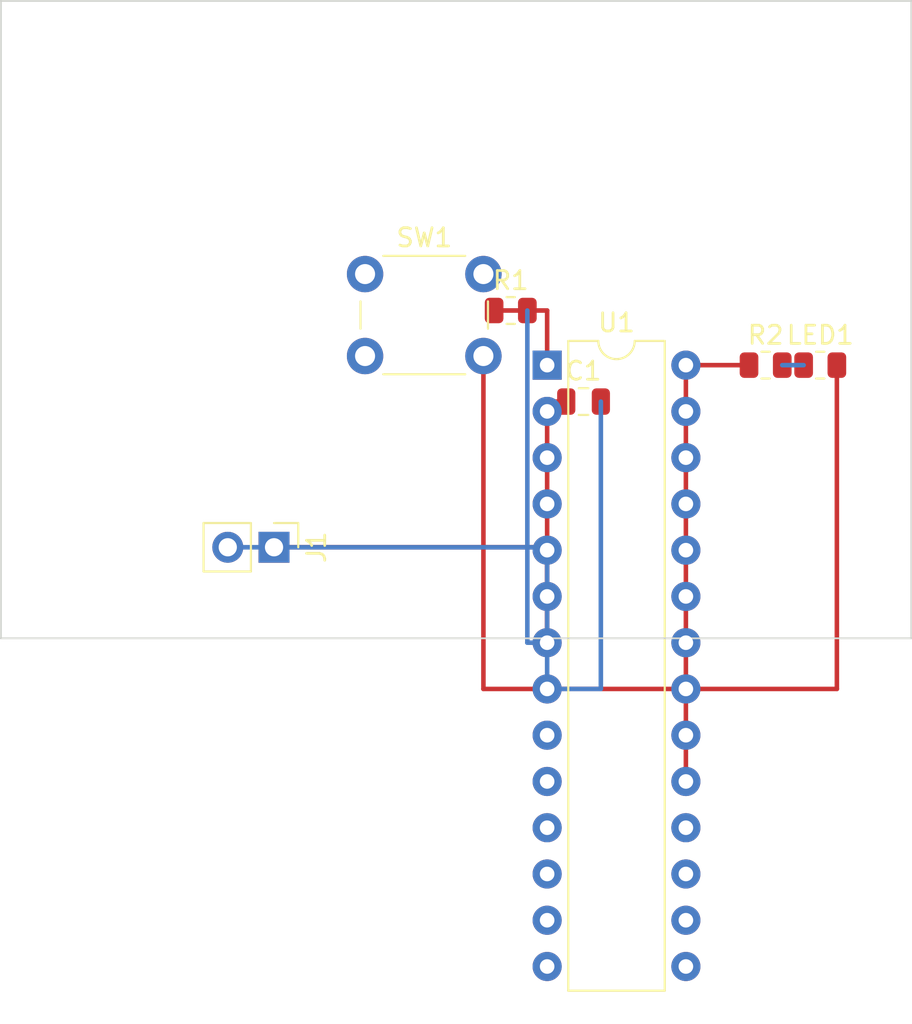
<source format=kicad_pcb>
(kicad_pcb (version 20211014) (generator pcbnew)
  (layers (0 "F.Cu" signal) (31 "B.Cu" signal) (34 "B.Paste" user) (35 "F.Paste" user) (36 "B.SilkS" user "B.Silkscreen") (37 "F.SilkS" user "F.Silkscreen") (38 "B.Mask" user) (39 "F.Mask" user) (44 "Edge.Cuts" user))
  (net 0 "")
  (footprint "PinHeader_1x02_P2.54mm_Vertical" (layer "F.Cu") (at 15 30 -90)
    (fp_text reference "J1" (at 0 -2.33 -90) (layer "F.SilkS"))
    (fp_text value "Power Header")
    (fp_line (start -1.33 1.27) (end -1.33 3.87) (layer "F.SilkS") (width 0.12))
    (fp_line (start -1.33 0) (end -1.33 -1.33) (layer "F.SilkS") (width 0.12))
    (fp_line (start -1.33 1.27) (end 1.33 1.27) (layer "F.SilkS") (width 0.12))
    (fp_line (start 1.33 1.27) (end 1.33 3.87) (layer "F.SilkS") (width 0.12))
    (fp_line (start -1.33 3.87) (end 1.33 3.87) (layer "F.SilkS") (width 0.12))
    (fp_line (start -1.33 -1.33) (end 0 -1.33) (layer "F.SilkS") (width 0.12))
    (pad "1" thru_hole rect (at 0 0 270) (size 1.7 1.7) (drill 1) (layers *.Cu *.Mask))
    (pad "2" thru_hole oval (at 0 2.54 270) (size 1.7 1.7) (drill 1) (layers *.Cu *.Mask))
  )
  (footprint "SW_PUSH_6mm" (layer "F.Cu") (at 20 15)
    (fp_text reference "SW1" (at 3.25 -2) (layer "F.SilkS"))
    (fp_text value "Push Button")
    (fp_line (start 1 5.5) (end 5.5 5.5) (layer "F.SilkS") (width 0.12))
    (fp_line (start -0.25 1.5) (end -0.25 3) (layer "F.SilkS") (width 0.12))
    (fp_line (start 5.5 -1) (end 1 -1) (layer "F.SilkS") (width 0.12))
    (fp_line (start 6.75 3) (end 6.75 1.5) (layer "F.SilkS") (width 0.12))
    (pad "1" thru_hole circle (at 6.5 0 90) (size 2 2) (drill 1.1) (layers *.Cu *.Mask))
    (pad "1" thru_hole circle (at 0 0 90) (size 2 2) (drill 1.1) (layers *.Cu *.Mask))
    (pad "2" thru_hole circle (at 0 4.5 90) (size 2 2) (drill 1.1) (layers *.Cu *.Mask))
    (pad "2" thru_hole circle (at 6.5 4.5 90) (size 2 2) (drill 1.1) (layers *.Cu *.Mask))
  )
  (footprint "R_0805_2012Metric" (layer "F.Cu") (at 42 20)
    (fp_text reference "R2" (at 0 -1.65) (layer "F.SilkS"))
    (fp_text value "220R")
    (fp_line (start -0.227064 0.735) (end 0.227064 0.735) (layer "F.SilkS") (width 0.12))
    (fp_line (start -0.227064 -0.735) (end 0.227064 -0.735) (layer "F.SilkS") (width 0.12))
    (pad "1" smd roundrect (at -0.9125 0) (size 1.025 1.4) (layers "F.Cu" "F.Paste" "F.Mask") (roundrect_rratio 0.243902))
    (pad "2" smd roundrect (at 0.9125 0) (size 1.025 1.4) (layers "F.Cu" "F.Paste" "F.Mask") (roundrect_rratio 0.243902))
  )
  (footprint "DIP-28_W7.62mm" (layer "F.Cu") (at 30 20)
    (fp_text reference "U1" (at 3.81 -2.33) (layer "F.SilkS"))
    (fp_text value "ATmega328P")
    (fp_line (start 1.16 34.35) (end 6.46 34.35) (layer "F.SilkS") (width 0.12))
    (fp_line (start 6.46 -1.33) (end 4.81 -1.33) (layer "F.SilkS") (width 0.12))
    (fp_line (start 6.46 34.35) (end 6.46 -1.33) (layer "F.SilkS") (width 0.12))
    (fp_line (start 2.81 -1.33) (end 1.16 -1.33) (layer "F.SilkS") (width 0.12))
    (fp_line (start 1.16 -1.33) (end 1.16 34.35) (layer "F.SilkS") (width 0.12))
    (fp_arc (start 4.81 -1.33) (mid 3.81 -0.33) (end 2.81 -1.33) (layer "F.SilkS") (width 0.12))
    (pad "1" thru_hole rect (at 0 0) (size 1.6 1.6) (drill 0.8) (layers *.Cu *.Mask))
    (pad "2" thru_hole oval (at 0 2.54) (size 1.6 1.6) (drill 0.8) (layers *.Cu *.Mask))
    (pad "3" thru_hole oval (at 0 5.08) (size 1.6 1.6) (drill 0.8) (layers *.Cu *.Mask))
    (pad "4" thru_hole oval (at 0 7.62) (size 1.6 1.6) (drill 0.8) (layers *.Cu *.Mask))
    (pad "5" thru_hole oval (at 0 10.16) (size 1.6 1.6) (drill 0.8) (layers *.Cu *.Mask))
    (pad "6" thru_hole oval (at 0 12.7) (size 1.6 1.6) (drill 0.8) (layers *.Cu *.Mask))
    (pad "7" thru_hole oval (at 0 15.24) (size 1.6 1.6) (drill 0.8) (layers *.Cu *.Mask))
    (pad "8" thru_hole oval (at 0 17.78) (size 1.6 1.6) (drill 0.8) (layers *.Cu *.Mask))
    (pad "9" thru_hole oval (at 0 20.32) (size 1.6 1.6) (drill 0.8) (layers *.Cu *.Mask))
    (pad "10" thru_hole oval (at 0 22.86) (size 1.6 1.6) (drill 0.8) (layers *.Cu *.Mask))
    (pad "11" thru_hole oval (at 0 25.4) (size 1.6 1.6) (drill 0.8) (layers *.Cu *.Mask))
    (pad "12" thru_hole oval (at 0 27.94) (size 1.6 1.6) (drill 0.8) (layers *.Cu *.Mask))
    (pad "13" thru_hole oval (at 0 30.48) (size 1.6 1.6) (drill 0.8) (layers *.Cu *.Mask))
    (pad "14" thru_hole oval (at 0 33.02) (size 1.6 1.6) (drill 0.8) (layers *.Cu *.Mask))
    (pad "15" thru_hole oval (at 7.62 33.02) (size 1.6 1.6) (drill 0.8) (layers *.Cu *.Mask))
    (pad "16" thru_hole oval (at 7.62 30.48) (size 1.6 1.6) (drill 0.8) (layers *.Cu *.Mask))
    (pad "17" thru_hole oval (at 7.62 27.94) (size 1.6 1.6) (drill 0.8) (layers *.Cu *.Mask))
    (pad "18" thru_hole oval (at 7.62 25.4) (size 1.6 1.6) (drill 0.8) (layers *.Cu *.Mask))
    (pad "19" thru_hole oval (at 7.62 22.86) (size 1.6 1.6) (drill 0.8) (layers *.Cu *.Mask))
    (pad "20" thru_hole oval (at 7.62 20.32) (size 1.6 1.6) (drill 0.8) (layers *.Cu *.Mask))
    (pad "21" thru_hole oval (at 7.62 17.78) (size 1.6 1.6) (drill 0.8) (layers *.Cu *.Mask))
    (pad "22" thru_hole oval (at 7.62 15.24) (size 1.6 1.6) (drill 0.8) (layers *.Cu *.Mask))
    (pad "23" thru_hole oval (at 7.62 12.7) (size 1.6 1.6) (drill 0.8) (layers *.Cu *.Mask))
    (pad "24" thru_hole oval (at 7.62 10.16) (size 1.6 1.6) (drill 0.8) (layers *.Cu *.Mask))
    (pad "25" thru_hole oval (at 7.62 7.62) (size 1.6 1.6) (drill 0.8) (layers *.Cu *.Mask))
    (pad "26" thru_hole oval (at 7.62 5.08) (size 1.6 1.6) (drill 0.8) (layers *.Cu *.Mask))
    (pad "27" thru_hole oval (at 7.62 2.54) (size 1.6 1.6) (drill 0.8) (layers *.Cu *.Mask))
    (pad "28" thru_hole oval (at 7.62 0) (size 1.6 1.6) (drill 0.8) (layers *.Cu *.Mask))
  )
  (footprint "C_0805_2012Metric" (layer "F.Cu") (at 32 22)
    (fp_text reference "C1" (at 0 -1.68) (layer "F.SilkS"))
    (fp_text value "100nF")
    (fp_line (start -0.261252 -0.735) (end 0.261252 -0.735) (layer "F.SilkS") (width 0.12))
    (fp_line (start -0.261252 0.735) (end 0.261252 0.735) (layer "F.SilkS") (width 0.12))
    (pad "1" smd roundrect (at -0.95 0) (size 1 1.45) (layers "F.Cu" "F.Paste" "F.Mask"))
    (pad "2" smd roundrect (at 0.95 0) (size 1 1.45) (layers "F.Cu" "F.Paste" "F.Mask"))
  )
  (footprint "R_0805_2012Metric" (layer "F.Cu") (at 45 20)
    (fp_text reference "LED1" (at 0 -1.65) (layer "F.SilkS"))
    (fp_text value "LED")
    (fp_line (start -0.227064 0.735) (end 0.227064 0.735) (layer "F.SilkS") (width 0.12))
    (fp_line (start -0.227064 -0.735) (end 0.227064 -0.735) (layer "F.SilkS") (width 0.12))
    (pad "1" smd roundrect (at -0.9125 0) (size 1.025 1.4) (layers "F.Cu" "F.Paste" "F.Mask") (roundrect_rratio 0.243902))
    (pad "2" smd roundrect (at 0.9125 0) (size 1.025 1.4) (layers "F.Cu" "F.Paste" "F.Mask") (roundrect_rratio 0.243902))
  )
  (footprint "R_0805_2012Metric" (layer "F.Cu") (at 28 17)
    (fp_text reference "R1" (at 0 -1.65) (layer "F.SilkS"))
    (fp_text value "10K")
    (fp_line (start -0.227064 0.735) (end 0.227064 0.735) (layer "F.SilkS") (width 0.12))
    (fp_line (start -0.227064 -0.735) (end 0.227064 -0.735) (layer "F.SilkS") (width 0.12))
    (pad "1" smd roundrect (at -0.9125 0) (size 1.025 1.4) (layers "F.Cu" "F.Paste" "F.Mask") (roundrect_rratio 0.243902))
    (pad "2" smd roundrect (at 0.9125 0) (size 1.025 1.4) (layers "F.Cu" "F.Paste" "F.Mask") (roundrect_rratio 0.243902))
  )
  (gr_line (start 50 0) (end 50 35) (layer "Edge.Cuts") (width 0.1))
  (gr_line (start 0 35) (end 0 0) (layer "Edge.Cuts") (width 0.1))
  (gr_line (start 0 0) (end 50 0) (layer "Edge.Cuts") (width 0.1))
  (gr_line (start 50 35) (end 0 35) (layer "Edge.Cuts") (width 0.1))
  (segment (start 37.62 42.86) (end 37.62 20) (width 0.25) (layer "F.Cu") (net 0))
  (segment (start 30 22) (end 31.05 22) (width 0.25) (layer "F.Cu") (net 0))
  (segment (start 37.62 20) (end 41.0875 20) (width 0.25) (layer "F.Cu") (net 0))
  (segment (start 45.9125 20) (end 45.9125 37.78) (width 0.25) (layer "F.Cu") (net 0))
  (segment (start 30 35.24) (end 30 22) (width 0.25) (layer "F.Cu") (net 0))
  (segment (start 15 30) (end 30 30) (width 0.25) (layer "F.Cu") (net 0))
  (segment (start 45.9125 37.78) (end 30 37.78) (width 0.25) (layer "F.Cu") (net 0))
  (segment (start 26.5 19.5) (end 26.5 37.78) (width 0.25) (layer "F.Cu") (net 0))
  (segment (start 30 20) (end 30 17) (width 0.25) (layer "F.Cu") (net 0))
  (segment (start 26.5 37.78) (end 30 37.78) (width 0.25) (layer "F.Cu") (net 0))
  (segment (start 30 17) (end 27.0875 17) (width 0.25) (layer "F.Cu") (net 0))
  (segment (start 30 30) (end 30 35.24) (width 0.25) (layer "F.Cu") (net 0))
  (segment (start 28.9125 17) (end 28.9125 35.24) (width 0.25) (layer "B.Cu") (net 0))
  (segment (start 32.95 22) (end 32.95 37.78) (width 0.25) (layer "B.Cu") (net 0))
  (segment (start 30 30) (end 30 37.78) (width 0.25) (layer "B.Cu") (net 0))
  (segment (start 42.9125 20) (end 44.0875 20) (width 0.25) (layer "B.Cu") (net 0))
  (segment (start 28.9125 35.24) (end 30 35.24) (width 0.25) (layer "B.Cu") (net 0))
  (segment (start 12.46 30) (end 30 30) (width 0.25) (layer "B.Cu") (net 0))
  (segment (start 32.95 37.78) (end 30 37.78) (width 0.25) (layer "B.Cu") (net 0))
)
</source>
